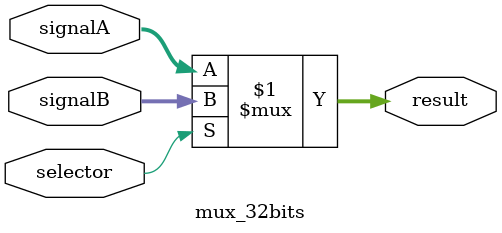
<source format=sv>
module mux_32bits #(parameter N=32)
(
	input [N-1:0] signalA, signalB,
	input selector,
	output [N-1:0] result
);

assign result = selector ? signalB : signalA;

endmodule 
</source>
